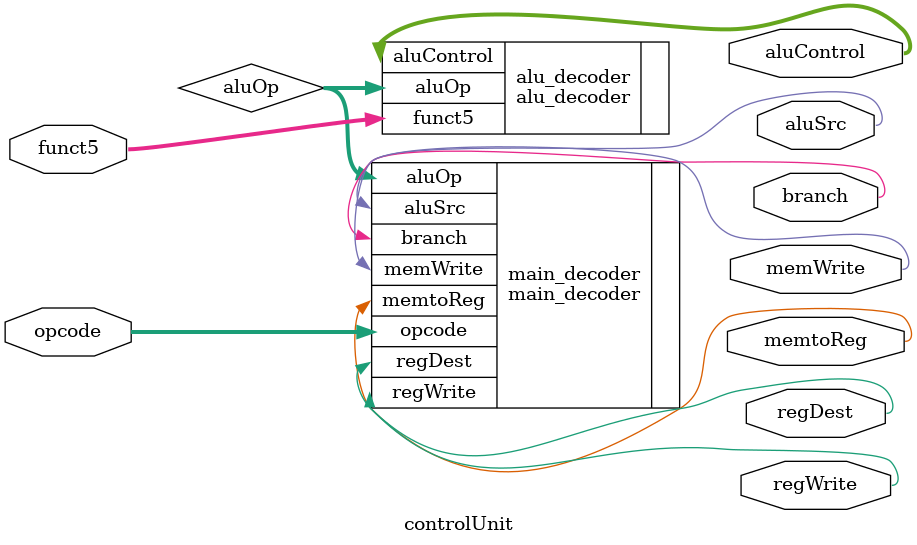
<source format=v>
`timescale 1ns / 1ps


module controlUnit(
//input wire [1:0] aluOp,
input wire [5:0] funct5,
input wire [5:0] opcode,
output wire regWrite, regDest, aluSrc, branch, memWrite, memtoReg, 
//output wire [1:0] aluOp,
output wire [2:0] aluControl
    );
    
    //instantiating the aluDecoder and main decoder module to have a single control unit
    wire [1:0] aluOp;
    main_decoder main_decoder (
    .opcode(opcode),
    .regWrite(regWrite),
    .regDest(regDest), 
    .aluSrc(aluSrc), 
    .branch(branch), 
    .memWrite(memWrite), 
    .memtoReg(memtoReg),
    .aluOp(aluOp)
    );
    
    alu_decoder alu_decoder (
    .aluOp(aluOp),
    .funct5(funct5),
    .aluControl(aluControl)
    );
endmodule

</source>
